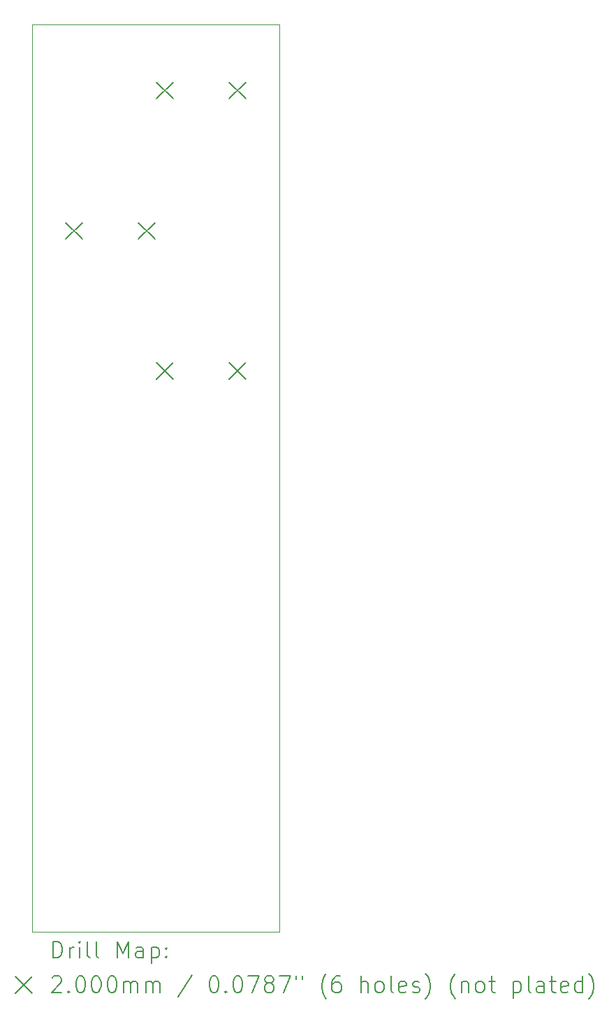
<source format=gbr>
%FSLAX45Y45*%
G04 Gerber Fmt 4.5, Leading zero omitted, Abs format (unit mm)*
G04 Created by KiCad (PCBNEW (6.0.0)) date 2022-01-31 10:14:04*
%MOMM*%
%LPD*%
G01*
G04 APERTURE LIST*
%TA.AperFunction,Profile*%
%ADD10C,0.050000*%
%TD*%
%ADD11C,0.200000*%
G04 APERTURE END LIST*
D10*
X6000000Y-3100000D02*
X6000000Y-14100000D01*
X3000000Y-3100000D02*
X3000000Y-14100000D01*
X3000000Y-3100000D02*
X6000000Y-3100000D01*
X3000000Y-14100000D02*
X6000000Y-14100000D01*
D11*
X3410000Y-5500000D02*
X3610000Y-5700000D01*
X3610000Y-5500000D02*
X3410000Y-5700000D01*
X4290000Y-5500000D02*
X4490000Y-5700000D01*
X4490000Y-5500000D02*
X4290000Y-5700000D01*
X4510000Y-3800000D02*
X4710000Y-4000000D01*
X4710000Y-3800000D02*
X4510000Y-4000000D01*
X4510000Y-7200000D02*
X4710000Y-7400000D01*
X4710000Y-7200000D02*
X4510000Y-7400000D01*
X5390000Y-3800000D02*
X5590000Y-4000000D01*
X5590000Y-3800000D02*
X5390000Y-4000000D01*
X5390000Y-7200000D02*
X5590000Y-7400000D01*
X5590000Y-7200000D02*
X5390000Y-7400000D01*
X3255119Y-14412976D02*
X3255119Y-14212976D01*
X3302738Y-14212976D01*
X3331309Y-14222500D01*
X3350357Y-14241548D01*
X3359881Y-14260595D01*
X3369405Y-14298690D01*
X3369405Y-14327262D01*
X3359881Y-14365357D01*
X3350357Y-14384405D01*
X3331309Y-14403452D01*
X3302738Y-14412976D01*
X3255119Y-14412976D01*
X3455119Y-14412976D02*
X3455119Y-14279643D01*
X3455119Y-14317738D02*
X3464643Y-14298690D01*
X3474167Y-14289167D01*
X3493214Y-14279643D01*
X3512262Y-14279643D01*
X3578928Y-14412976D02*
X3578928Y-14279643D01*
X3578928Y-14212976D02*
X3569405Y-14222500D01*
X3578928Y-14232024D01*
X3588452Y-14222500D01*
X3578928Y-14212976D01*
X3578928Y-14232024D01*
X3702738Y-14412976D02*
X3683690Y-14403452D01*
X3674167Y-14384405D01*
X3674167Y-14212976D01*
X3807500Y-14412976D02*
X3788452Y-14403452D01*
X3778928Y-14384405D01*
X3778928Y-14212976D01*
X4036071Y-14412976D02*
X4036071Y-14212976D01*
X4102738Y-14355833D01*
X4169405Y-14212976D01*
X4169405Y-14412976D01*
X4350357Y-14412976D02*
X4350357Y-14308214D01*
X4340833Y-14289167D01*
X4321786Y-14279643D01*
X4283690Y-14279643D01*
X4264643Y-14289167D01*
X4350357Y-14403452D02*
X4331310Y-14412976D01*
X4283690Y-14412976D01*
X4264643Y-14403452D01*
X4255119Y-14384405D01*
X4255119Y-14365357D01*
X4264643Y-14346309D01*
X4283690Y-14336786D01*
X4331310Y-14336786D01*
X4350357Y-14327262D01*
X4445595Y-14279643D02*
X4445595Y-14479643D01*
X4445595Y-14289167D02*
X4464643Y-14279643D01*
X4502738Y-14279643D01*
X4521786Y-14289167D01*
X4531310Y-14298690D01*
X4540833Y-14317738D01*
X4540833Y-14374881D01*
X4531310Y-14393928D01*
X4521786Y-14403452D01*
X4502738Y-14412976D01*
X4464643Y-14412976D01*
X4445595Y-14403452D01*
X4626548Y-14393928D02*
X4636071Y-14403452D01*
X4626548Y-14412976D01*
X4617024Y-14403452D01*
X4626548Y-14393928D01*
X4626548Y-14412976D01*
X4626548Y-14289167D02*
X4636071Y-14298690D01*
X4626548Y-14308214D01*
X4617024Y-14298690D01*
X4626548Y-14289167D01*
X4626548Y-14308214D01*
X2797500Y-14642500D02*
X2997500Y-14842500D01*
X2997500Y-14642500D02*
X2797500Y-14842500D01*
X3245595Y-14652024D02*
X3255119Y-14642500D01*
X3274167Y-14632976D01*
X3321786Y-14632976D01*
X3340833Y-14642500D01*
X3350357Y-14652024D01*
X3359881Y-14671071D01*
X3359881Y-14690119D01*
X3350357Y-14718690D01*
X3236071Y-14832976D01*
X3359881Y-14832976D01*
X3445595Y-14813928D02*
X3455119Y-14823452D01*
X3445595Y-14832976D01*
X3436071Y-14823452D01*
X3445595Y-14813928D01*
X3445595Y-14832976D01*
X3578928Y-14632976D02*
X3597976Y-14632976D01*
X3617024Y-14642500D01*
X3626548Y-14652024D01*
X3636071Y-14671071D01*
X3645595Y-14709167D01*
X3645595Y-14756786D01*
X3636071Y-14794881D01*
X3626548Y-14813928D01*
X3617024Y-14823452D01*
X3597976Y-14832976D01*
X3578928Y-14832976D01*
X3559881Y-14823452D01*
X3550357Y-14813928D01*
X3540833Y-14794881D01*
X3531309Y-14756786D01*
X3531309Y-14709167D01*
X3540833Y-14671071D01*
X3550357Y-14652024D01*
X3559881Y-14642500D01*
X3578928Y-14632976D01*
X3769405Y-14632976D02*
X3788452Y-14632976D01*
X3807500Y-14642500D01*
X3817024Y-14652024D01*
X3826548Y-14671071D01*
X3836071Y-14709167D01*
X3836071Y-14756786D01*
X3826548Y-14794881D01*
X3817024Y-14813928D01*
X3807500Y-14823452D01*
X3788452Y-14832976D01*
X3769405Y-14832976D01*
X3750357Y-14823452D01*
X3740833Y-14813928D01*
X3731309Y-14794881D01*
X3721786Y-14756786D01*
X3721786Y-14709167D01*
X3731309Y-14671071D01*
X3740833Y-14652024D01*
X3750357Y-14642500D01*
X3769405Y-14632976D01*
X3959881Y-14632976D02*
X3978928Y-14632976D01*
X3997976Y-14642500D01*
X4007500Y-14652024D01*
X4017024Y-14671071D01*
X4026548Y-14709167D01*
X4026548Y-14756786D01*
X4017024Y-14794881D01*
X4007500Y-14813928D01*
X3997976Y-14823452D01*
X3978928Y-14832976D01*
X3959881Y-14832976D01*
X3940833Y-14823452D01*
X3931309Y-14813928D01*
X3921786Y-14794881D01*
X3912262Y-14756786D01*
X3912262Y-14709167D01*
X3921786Y-14671071D01*
X3931309Y-14652024D01*
X3940833Y-14642500D01*
X3959881Y-14632976D01*
X4112262Y-14832976D02*
X4112262Y-14699643D01*
X4112262Y-14718690D02*
X4121786Y-14709167D01*
X4140833Y-14699643D01*
X4169405Y-14699643D01*
X4188452Y-14709167D01*
X4197976Y-14728214D01*
X4197976Y-14832976D01*
X4197976Y-14728214D02*
X4207500Y-14709167D01*
X4226548Y-14699643D01*
X4255119Y-14699643D01*
X4274167Y-14709167D01*
X4283690Y-14728214D01*
X4283690Y-14832976D01*
X4378929Y-14832976D02*
X4378929Y-14699643D01*
X4378929Y-14718690D02*
X4388452Y-14709167D01*
X4407500Y-14699643D01*
X4436071Y-14699643D01*
X4455119Y-14709167D01*
X4464643Y-14728214D01*
X4464643Y-14832976D01*
X4464643Y-14728214D02*
X4474167Y-14709167D01*
X4493214Y-14699643D01*
X4521786Y-14699643D01*
X4540833Y-14709167D01*
X4550357Y-14728214D01*
X4550357Y-14832976D01*
X4940833Y-14623452D02*
X4769405Y-14880595D01*
X5197976Y-14632976D02*
X5217024Y-14632976D01*
X5236071Y-14642500D01*
X5245595Y-14652024D01*
X5255119Y-14671071D01*
X5264643Y-14709167D01*
X5264643Y-14756786D01*
X5255119Y-14794881D01*
X5245595Y-14813928D01*
X5236071Y-14823452D01*
X5217024Y-14832976D01*
X5197976Y-14832976D01*
X5178929Y-14823452D01*
X5169405Y-14813928D01*
X5159881Y-14794881D01*
X5150357Y-14756786D01*
X5150357Y-14709167D01*
X5159881Y-14671071D01*
X5169405Y-14652024D01*
X5178929Y-14642500D01*
X5197976Y-14632976D01*
X5350357Y-14813928D02*
X5359881Y-14823452D01*
X5350357Y-14832976D01*
X5340833Y-14823452D01*
X5350357Y-14813928D01*
X5350357Y-14832976D01*
X5483690Y-14632976D02*
X5502738Y-14632976D01*
X5521786Y-14642500D01*
X5531310Y-14652024D01*
X5540833Y-14671071D01*
X5550357Y-14709167D01*
X5550357Y-14756786D01*
X5540833Y-14794881D01*
X5531310Y-14813928D01*
X5521786Y-14823452D01*
X5502738Y-14832976D01*
X5483690Y-14832976D01*
X5464643Y-14823452D01*
X5455119Y-14813928D01*
X5445595Y-14794881D01*
X5436071Y-14756786D01*
X5436071Y-14709167D01*
X5445595Y-14671071D01*
X5455119Y-14652024D01*
X5464643Y-14642500D01*
X5483690Y-14632976D01*
X5617024Y-14632976D02*
X5750357Y-14632976D01*
X5664643Y-14832976D01*
X5855119Y-14718690D02*
X5836071Y-14709167D01*
X5826548Y-14699643D01*
X5817024Y-14680595D01*
X5817024Y-14671071D01*
X5826548Y-14652024D01*
X5836071Y-14642500D01*
X5855119Y-14632976D01*
X5893214Y-14632976D01*
X5912262Y-14642500D01*
X5921786Y-14652024D01*
X5931309Y-14671071D01*
X5931309Y-14680595D01*
X5921786Y-14699643D01*
X5912262Y-14709167D01*
X5893214Y-14718690D01*
X5855119Y-14718690D01*
X5836071Y-14728214D01*
X5826548Y-14737738D01*
X5817024Y-14756786D01*
X5817024Y-14794881D01*
X5826548Y-14813928D01*
X5836071Y-14823452D01*
X5855119Y-14832976D01*
X5893214Y-14832976D01*
X5912262Y-14823452D01*
X5921786Y-14813928D01*
X5931309Y-14794881D01*
X5931309Y-14756786D01*
X5921786Y-14737738D01*
X5912262Y-14728214D01*
X5893214Y-14718690D01*
X5997976Y-14632976D02*
X6131309Y-14632976D01*
X6045595Y-14832976D01*
X6197976Y-14632976D02*
X6197976Y-14671071D01*
X6274167Y-14632976D02*
X6274167Y-14671071D01*
X6569405Y-14909167D02*
X6559881Y-14899643D01*
X6540833Y-14871071D01*
X6531309Y-14852024D01*
X6521786Y-14823452D01*
X6512262Y-14775833D01*
X6512262Y-14737738D01*
X6521786Y-14690119D01*
X6531309Y-14661548D01*
X6540833Y-14642500D01*
X6559881Y-14613928D01*
X6569405Y-14604405D01*
X6731309Y-14632976D02*
X6693214Y-14632976D01*
X6674167Y-14642500D01*
X6664643Y-14652024D01*
X6645595Y-14680595D01*
X6636071Y-14718690D01*
X6636071Y-14794881D01*
X6645595Y-14813928D01*
X6655119Y-14823452D01*
X6674167Y-14832976D01*
X6712262Y-14832976D01*
X6731309Y-14823452D01*
X6740833Y-14813928D01*
X6750357Y-14794881D01*
X6750357Y-14747262D01*
X6740833Y-14728214D01*
X6731309Y-14718690D01*
X6712262Y-14709167D01*
X6674167Y-14709167D01*
X6655119Y-14718690D01*
X6645595Y-14728214D01*
X6636071Y-14747262D01*
X6988452Y-14832976D02*
X6988452Y-14632976D01*
X7074167Y-14832976D02*
X7074167Y-14728214D01*
X7064643Y-14709167D01*
X7045595Y-14699643D01*
X7017024Y-14699643D01*
X6997976Y-14709167D01*
X6988452Y-14718690D01*
X7197976Y-14832976D02*
X7178928Y-14823452D01*
X7169405Y-14813928D01*
X7159881Y-14794881D01*
X7159881Y-14737738D01*
X7169405Y-14718690D01*
X7178928Y-14709167D01*
X7197976Y-14699643D01*
X7226548Y-14699643D01*
X7245595Y-14709167D01*
X7255119Y-14718690D01*
X7264643Y-14737738D01*
X7264643Y-14794881D01*
X7255119Y-14813928D01*
X7245595Y-14823452D01*
X7226548Y-14832976D01*
X7197976Y-14832976D01*
X7378928Y-14832976D02*
X7359881Y-14823452D01*
X7350357Y-14804405D01*
X7350357Y-14632976D01*
X7531309Y-14823452D02*
X7512262Y-14832976D01*
X7474167Y-14832976D01*
X7455119Y-14823452D01*
X7445595Y-14804405D01*
X7445595Y-14728214D01*
X7455119Y-14709167D01*
X7474167Y-14699643D01*
X7512262Y-14699643D01*
X7531309Y-14709167D01*
X7540833Y-14728214D01*
X7540833Y-14747262D01*
X7445595Y-14766309D01*
X7617024Y-14823452D02*
X7636071Y-14832976D01*
X7674167Y-14832976D01*
X7693214Y-14823452D01*
X7702738Y-14804405D01*
X7702738Y-14794881D01*
X7693214Y-14775833D01*
X7674167Y-14766309D01*
X7645595Y-14766309D01*
X7626548Y-14756786D01*
X7617024Y-14737738D01*
X7617024Y-14728214D01*
X7626548Y-14709167D01*
X7645595Y-14699643D01*
X7674167Y-14699643D01*
X7693214Y-14709167D01*
X7769405Y-14909167D02*
X7778928Y-14899643D01*
X7797976Y-14871071D01*
X7807500Y-14852024D01*
X7817024Y-14823452D01*
X7826548Y-14775833D01*
X7826548Y-14737738D01*
X7817024Y-14690119D01*
X7807500Y-14661548D01*
X7797976Y-14642500D01*
X7778928Y-14613928D01*
X7769405Y-14604405D01*
X8131309Y-14909167D02*
X8121786Y-14899643D01*
X8102738Y-14871071D01*
X8093214Y-14852024D01*
X8083690Y-14823452D01*
X8074167Y-14775833D01*
X8074167Y-14737738D01*
X8083690Y-14690119D01*
X8093214Y-14661548D01*
X8102738Y-14642500D01*
X8121786Y-14613928D01*
X8131309Y-14604405D01*
X8207500Y-14699643D02*
X8207500Y-14832976D01*
X8207500Y-14718690D02*
X8217024Y-14709167D01*
X8236071Y-14699643D01*
X8264643Y-14699643D01*
X8283690Y-14709167D01*
X8293214Y-14728214D01*
X8293214Y-14832976D01*
X8417024Y-14832976D02*
X8397976Y-14823452D01*
X8388452Y-14813928D01*
X8378928Y-14794881D01*
X8378928Y-14737738D01*
X8388452Y-14718690D01*
X8397976Y-14709167D01*
X8417024Y-14699643D01*
X8445595Y-14699643D01*
X8464643Y-14709167D01*
X8474167Y-14718690D01*
X8483690Y-14737738D01*
X8483690Y-14794881D01*
X8474167Y-14813928D01*
X8464643Y-14823452D01*
X8445595Y-14832976D01*
X8417024Y-14832976D01*
X8540833Y-14699643D02*
X8617024Y-14699643D01*
X8569405Y-14632976D02*
X8569405Y-14804405D01*
X8578929Y-14823452D01*
X8597976Y-14832976D01*
X8617024Y-14832976D01*
X8836071Y-14699643D02*
X8836071Y-14899643D01*
X8836071Y-14709167D02*
X8855119Y-14699643D01*
X8893214Y-14699643D01*
X8912262Y-14709167D01*
X8921786Y-14718690D01*
X8931310Y-14737738D01*
X8931310Y-14794881D01*
X8921786Y-14813928D01*
X8912262Y-14823452D01*
X8893214Y-14832976D01*
X8855119Y-14832976D01*
X8836071Y-14823452D01*
X9045595Y-14832976D02*
X9026548Y-14823452D01*
X9017024Y-14804405D01*
X9017024Y-14632976D01*
X9207500Y-14832976D02*
X9207500Y-14728214D01*
X9197976Y-14709167D01*
X9178929Y-14699643D01*
X9140833Y-14699643D01*
X9121786Y-14709167D01*
X9207500Y-14823452D02*
X9188452Y-14832976D01*
X9140833Y-14832976D01*
X9121786Y-14823452D01*
X9112262Y-14804405D01*
X9112262Y-14785357D01*
X9121786Y-14766309D01*
X9140833Y-14756786D01*
X9188452Y-14756786D01*
X9207500Y-14747262D01*
X9274167Y-14699643D02*
X9350357Y-14699643D01*
X9302738Y-14632976D02*
X9302738Y-14804405D01*
X9312262Y-14823452D01*
X9331310Y-14832976D01*
X9350357Y-14832976D01*
X9493214Y-14823452D02*
X9474167Y-14832976D01*
X9436071Y-14832976D01*
X9417024Y-14823452D01*
X9407500Y-14804405D01*
X9407500Y-14728214D01*
X9417024Y-14709167D01*
X9436071Y-14699643D01*
X9474167Y-14699643D01*
X9493214Y-14709167D01*
X9502738Y-14728214D01*
X9502738Y-14747262D01*
X9407500Y-14766309D01*
X9674167Y-14832976D02*
X9674167Y-14632976D01*
X9674167Y-14823452D02*
X9655119Y-14832976D01*
X9617024Y-14832976D01*
X9597976Y-14823452D01*
X9588452Y-14813928D01*
X9578929Y-14794881D01*
X9578929Y-14737738D01*
X9588452Y-14718690D01*
X9597976Y-14709167D01*
X9617024Y-14699643D01*
X9655119Y-14699643D01*
X9674167Y-14709167D01*
X9750357Y-14909167D02*
X9759881Y-14899643D01*
X9778929Y-14871071D01*
X9788452Y-14852024D01*
X9797976Y-14823452D01*
X9807500Y-14775833D01*
X9807500Y-14737738D01*
X9797976Y-14690119D01*
X9788452Y-14661548D01*
X9778929Y-14642500D01*
X9759881Y-14613928D01*
X9750357Y-14604405D01*
M02*

</source>
